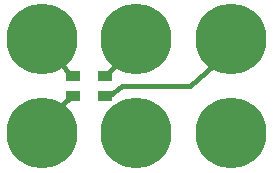
<source format=gtl>
%TF.GenerationSoftware,KiCad,Pcbnew,4.0.5-e0-6337~49~ubuntu16.04.1*%
%TF.CreationDate,2017-05-29T07:49:35-07:00*%
%TF.ProjectId,2x3-LED-RGB-SMT-Round-Flat-Top,3278332D4C45442D5247422D534D542D,1.0*%
%TF.FileFunction,Copper,L1,Top,Signal*%
%FSLAX46Y46*%
G04 Gerber Fmt 4.6, Leading zero omitted, Abs format (unit mm)*
G04 Created by KiCad (PCBNEW 4.0.5-e0-6337~49~ubuntu16.04.1) date Mon May 29 07:49:35 2017*
%MOMM*%
%LPD*%
G01*
G04 APERTURE LIST*
%ADD10C,0.350000*%
%ADD11C,0.400000*%
%ADD12C,6.000000*%
%ADD13R,1.200000X0.900000*%
%ADD14C,0.350000*%
G04 APERTURE END LIST*
D10*
D11*
X13487500Y-52757000D02*
X10987500Y-49657000D01*
X13487500Y-54557000D02*
X10687500Y-57057000D01*
X16287500Y-52757000D02*
X18987500Y-50057000D01*
X16287500Y-54457000D02*
X16687500Y-54457000D01*
X16687500Y-54457000D02*
X17737500Y-53657000D01*
X17737500Y-53657000D02*
X23487500Y-53657000D01*
X23487500Y-53657000D02*
X27487500Y-50157000D01*
D12*
X10987500Y-57657000D03*
X10987500Y-49657000D03*
X18987500Y-57657000D03*
D13*
X16287500Y-52787658D03*
X16287500Y-54487658D03*
X13587500Y-52787658D03*
X13587500Y-54487658D03*
D12*
X18987500Y-49657000D03*
X26987500Y-49657000D03*
X26987500Y-57657000D03*
D14*
X10987500Y-57657000D03*
X10987500Y-49657000D03*
X18987500Y-57657000D03*
X18987500Y-49657000D03*
X26987500Y-49657000D03*
X26987500Y-57657000D03*
M02*

</source>
